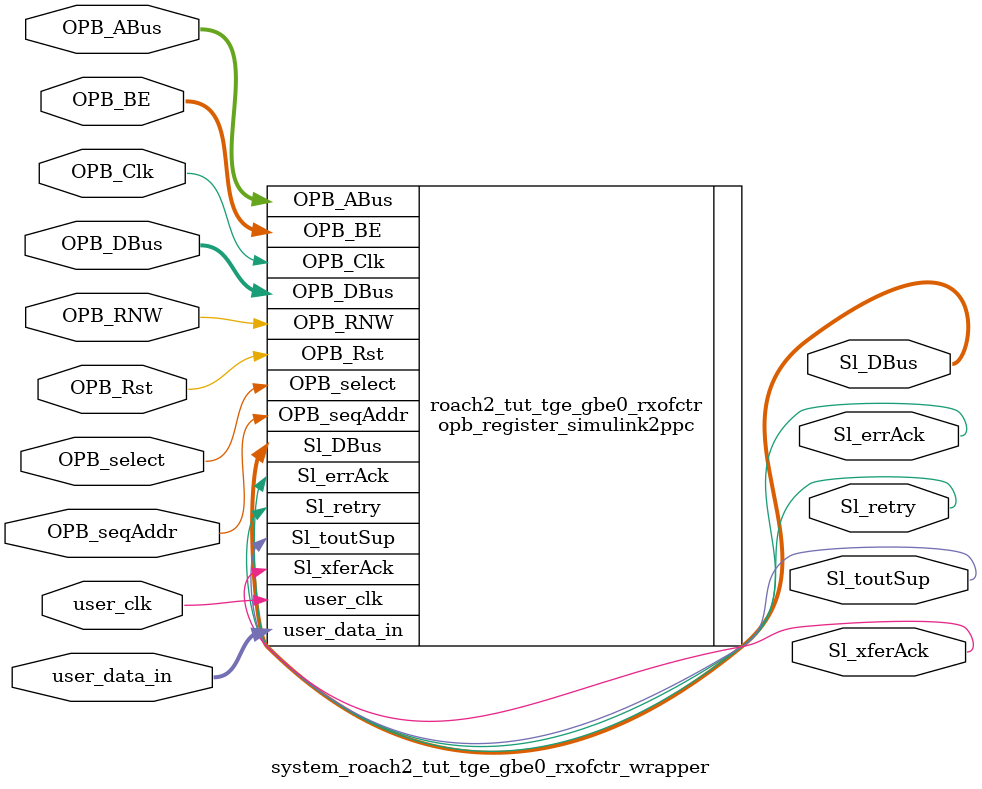
<source format=v>

module system_roach2_tut_tge_gbe0_rxofctr_wrapper
  (
    OPB_Clk,
    OPB_Rst,
    Sl_DBus,
    Sl_errAck,
    Sl_retry,
    Sl_toutSup,
    Sl_xferAck,
    OPB_ABus,
    OPB_BE,
    OPB_DBus,
    OPB_RNW,
    OPB_select,
    OPB_seqAddr,
    user_data_in,
    user_clk
  );
  input OPB_Clk;
  input OPB_Rst;
  output [0:31] Sl_DBus;
  output Sl_errAck;
  output Sl_retry;
  output Sl_toutSup;
  output Sl_xferAck;
  input [0:31] OPB_ABus;
  input [0:3] OPB_BE;
  input [0:31] OPB_DBus;
  input OPB_RNW;
  input OPB_select;
  input OPB_seqAddr;
  input [31:0] user_data_in;
  input user_clk;

  opb_register_simulink2ppc
    #(
      .C_BASEADDR ( 32'h01008300 ),
      .C_HIGHADDR ( 32'h010083FF ),
      .C_OPB_AWIDTH ( 32 ),
      .C_OPB_DWIDTH ( 32 ),
      .C_FAMILY ( "virtex6" )
    )
    roach2_tut_tge_gbe0_rxofctr (
      .OPB_Clk ( OPB_Clk ),
      .OPB_Rst ( OPB_Rst ),
      .Sl_DBus ( Sl_DBus ),
      .Sl_errAck ( Sl_errAck ),
      .Sl_retry ( Sl_retry ),
      .Sl_toutSup ( Sl_toutSup ),
      .Sl_xferAck ( Sl_xferAck ),
      .OPB_ABus ( OPB_ABus ),
      .OPB_BE ( OPB_BE ),
      .OPB_DBus ( OPB_DBus ),
      .OPB_RNW ( OPB_RNW ),
      .OPB_select ( OPB_select ),
      .OPB_seqAddr ( OPB_seqAddr ),
      .user_data_in ( user_data_in ),
      .user_clk ( user_clk )
    );

endmodule


</source>
